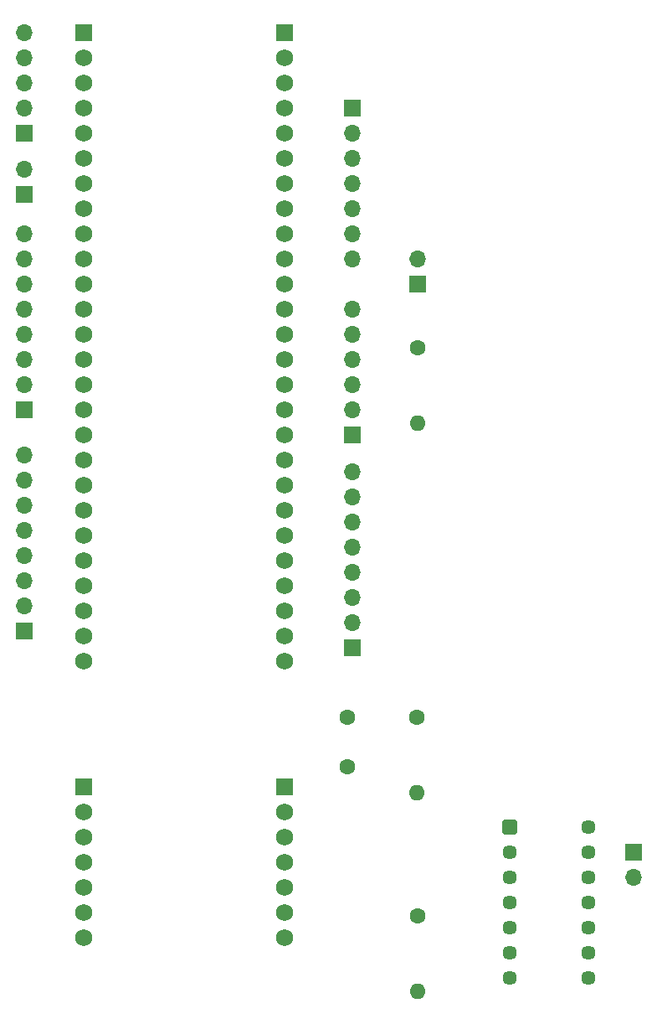
<source format=gbr>
%TF.GenerationSoftware,KiCad,Pcbnew,8.0.6*%
%TF.CreationDate,2025-03-25T14:01:10+08:00*%
%TF.ProjectId,external_chamber,65787465-726e-4616-9c5f-6368616d6265,rev?*%
%TF.SameCoordinates,Original*%
%TF.FileFunction,Soldermask,Bot*%
%TF.FilePolarity,Negative*%
%FSLAX46Y46*%
G04 Gerber Fmt 4.6, Leading zero omitted, Abs format (unit mm)*
G04 Created by KiCad (PCBNEW 8.0.6) date 2025-03-25 14:01:10*
%MOMM*%
%LPD*%
G01*
G04 APERTURE LIST*
G04 Aperture macros list*
%AMRoundRect*
0 Rectangle with rounded corners*
0 $1 Rounding radius*
0 $2 $3 $4 $5 $6 $7 $8 $9 X,Y pos of 4 corners*
0 Add a 4 corners polygon primitive as box body*
4,1,4,$2,$3,$4,$5,$6,$7,$8,$9,$2,$3,0*
0 Add four circle primitives for the rounded corners*
1,1,$1+$1,$2,$3*
1,1,$1+$1,$4,$5*
1,1,$1+$1,$6,$7*
1,1,$1+$1,$8,$9*
0 Add four rect primitives between the rounded corners*
20,1,$1+$1,$2,$3,$4,$5,0*
20,1,$1+$1,$4,$5,$6,$7,0*
20,1,$1+$1,$6,$7,$8,$9,0*
20,1,$1+$1,$8,$9,$2,$3,0*%
G04 Aperture macros list end*
%ADD10R,1.700000X1.700000*%
%ADD11O,1.700000X1.700000*%
%ADD12RoundRect,0.102000X-0.624000X-0.624000X0.624000X-0.624000X0.624000X0.624000X-0.624000X0.624000X0*%
%ADD13C,1.452000*%
%ADD14C,1.600000*%
%ADD15O,1.600000X1.600000*%
%ADD16RoundRect,0.102000X0.765000X-0.765000X0.765000X0.765000X-0.765000X0.765000X-0.765000X-0.765000X0*%
%ADD17C,1.734000*%
G04 APERTURE END LIST*
D10*
%TO.C,J6*%
X118200000Y-116900000D03*
D11*
X118200000Y-114360000D03*
X118200000Y-111820000D03*
X118200000Y-109280000D03*
X118200000Y-106740000D03*
X118200000Y-104200000D03*
X118200000Y-101660000D03*
X118200000Y-99120000D03*
%TD*%
%TO.C,J2*%
X118200000Y-77540000D03*
X118200000Y-75000000D03*
X118200000Y-72460000D03*
X118200000Y-69920000D03*
X118200000Y-67380000D03*
X118200000Y-64840000D03*
D10*
X118200000Y-62300000D03*
%TD*%
D11*
%TO.C,J1*%
X124800000Y-77535000D03*
D10*
X124800000Y-80075000D03*
%TD*%
D12*
%TO.C,U2*%
X134092500Y-134980000D03*
D13*
X134092500Y-137520000D03*
X134092500Y-140060000D03*
X134092500Y-142600000D03*
X134092500Y-145140000D03*
X134092500Y-147680000D03*
X134092500Y-150220000D03*
X142032500Y-150220000D03*
X142032500Y-147680000D03*
X142032500Y-145140000D03*
X142032500Y-142600000D03*
X142032500Y-140060000D03*
X142032500Y-137520000D03*
X142032500Y-134980000D03*
%TD*%
D14*
%TO.C,R3*%
X124800000Y-143990000D03*
D15*
X124800000Y-151610000D03*
%TD*%
D11*
%TO.C,J7*%
X85000000Y-75000000D03*
X85000000Y-77540000D03*
X85000000Y-80080000D03*
X85000000Y-82620000D03*
X85000000Y-85160000D03*
X85000000Y-87700000D03*
X85000000Y-90240000D03*
D10*
X85000000Y-92780000D03*
%TD*%
D14*
%TO.C,R1*%
X124800000Y-86590000D03*
D15*
X124800000Y-94210000D03*
%TD*%
D10*
%TO.C,J9*%
X146625000Y-137550000D03*
D11*
X146625000Y-140090000D03*
%TD*%
D10*
%TO.C,J4*%
X85000000Y-64880000D03*
D11*
X85000000Y-62340000D03*
X85000000Y-59800000D03*
X85000000Y-57260000D03*
X85000000Y-54720000D03*
%TD*%
%TO.C,J5*%
X84975000Y-68510000D03*
D10*
X84975000Y-71050000D03*
%TD*%
D11*
%TO.C,J3*%
X85000000Y-97380000D03*
X85000000Y-99920000D03*
X85000000Y-102460000D03*
X85000000Y-105000000D03*
X85000000Y-107540000D03*
X85000000Y-110080000D03*
X85000000Y-112620000D03*
D10*
X85000000Y-115160000D03*
%TD*%
D14*
%TO.C,C1*%
X117692500Y-123860000D03*
X117692500Y-128860000D03*
%TD*%
%TO.C,R2*%
X124692500Y-123850000D03*
D15*
X124692500Y-131470000D03*
%TD*%
D16*
%TO.C,U1*%
X91000000Y-54750000D03*
D17*
X91000000Y-57290000D03*
X91000000Y-59830000D03*
X91000000Y-62370000D03*
X91000000Y-64910000D03*
X91000000Y-67450000D03*
X91000000Y-69990000D03*
X91000000Y-72530000D03*
X91000000Y-75070000D03*
X91000000Y-77610000D03*
X91000000Y-80150000D03*
X91000000Y-82690000D03*
X91000000Y-85230000D03*
X91000000Y-87770000D03*
X91000000Y-90310000D03*
X91000000Y-92850000D03*
X91000000Y-95390000D03*
X91000000Y-97930000D03*
X91000000Y-100470000D03*
X91000000Y-103010000D03*
X91000000Y-105550000D03*
X91000000Y-108090000D03*
X91000000Y-110630000D03*
X91000000Y-113170000D03*
X91000000Y-115710000D03*
X91000000Y-118250000D03*
D16*
X111320000Y-54750000D03*
D17*
X111320000Y-57290000D03*
X111320000Y-59830000D03*
X111320000Y-62370000D03*
X111320000Y-64910000D03*
X111320000Y-67450000D03*
X111320000Y-69990000D03*
X111320000Y-72530000D03*
X111320000Y-75070000D03*
X111320000Y-77610000D03*
X111320000Y-80150000D03*
X111320000Y-82690000D03*
X111320000Y-85230000D03*
X111320000Y-87770000D03*
X111320000Y-90310000D03*
X111320000Y-92850000D03*
X111320000Y-95390000D03*
X111320000Y-97930000D03*
X111320000Y-100470000D03*
X111320000Y-103010000D03*
X111320000Y-105550000D03*
X111320000Y-108090000D03*
X111320000Y-110630000D03*
X111320000Y-113170000D03*
X111320000Y-115710000D03*
X111320000Y-118250000D03*
D16*
X111320000Y-130950000D03*
D17*
X111320000Y-133490000D03*
X111320000Y-136030000D03*
X111320000Y-138570000D03*
X111320000Y-141110000D03*
X111320000Y-143650000D03*
X111320000Y-146190000D03*
D16*
X91000000Y-130950000D03*
D17*
X91000000Y-133490000D03*
X91000000Y-136030000D03*
X91000000Y-138570000D03*
X91000000Y-141110000D03*
X91000000Y-143650000D03*
X91000000Y-146190000D03*
%TD*%
D10*
%TO.C,J8*%
X118200000Y-95360000D03*
D11*
X118200000Y-92820000D03*
X118200000Y-90280000D03*
X118200000Y-87740000D03*
X118200000Y-85200000D03*
X118200000Y-82660000D03*
%TD*%
M02*

</source>
